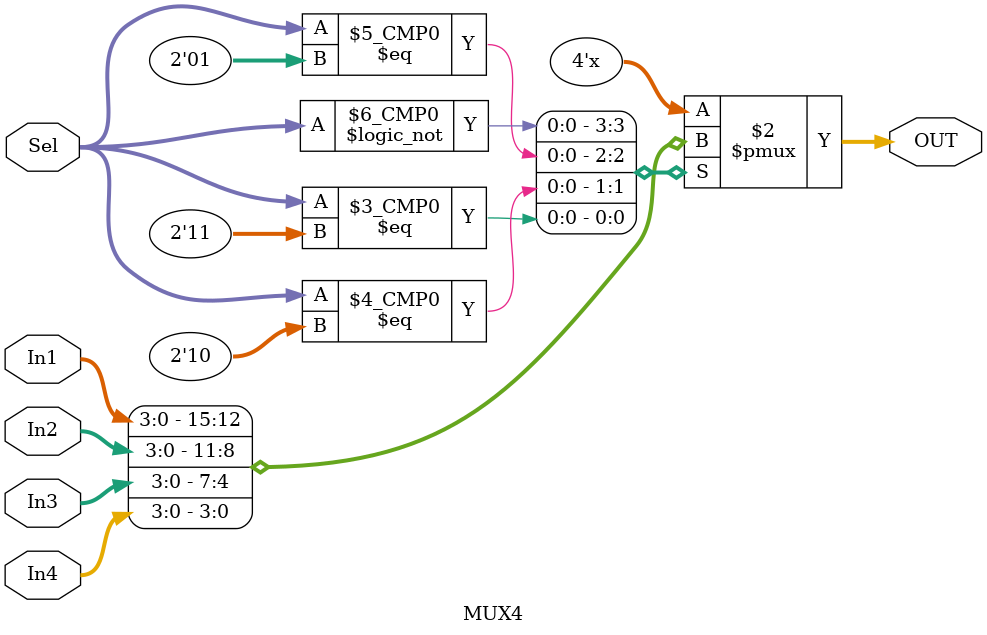
<source format=v>
module MUX4(In1, In2, In3, In4, Sel, OUT);
input [3:0] In1, In2, In3, In4;
input [1:0] Sel;
output [3:0] OUT;
reg [3:0] OUT;

always @(*) begin
    case(Sel)
        2'b00 : OUT = In1;
        2'b01 : OUT = In2;
        2'b10 : OUT = In3;
        2'b11 : OUT = In4;
    endcase
end
endmodule

</source>
